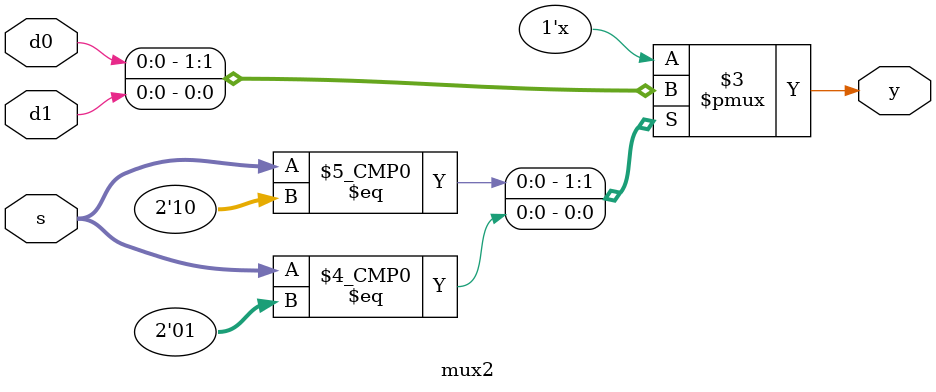
<source format=v>
module mux2(d0, d1, s, y);		//2 input mux
	input d0, d1;		// 2 inputs
	input [1:0] s;		// select signal
	output y;			// output
	reg y;				// reg
	
	always @(d0, d1, s)	
	begin
		case(s)	
			2'b10		:	y = d0;		// when M0_grant
			2'b01		:	y = d1;		// when M1_grant
			default	:	y = 1'bx;	// when default, unknown
		endcase
	end
endmodule

</source>
